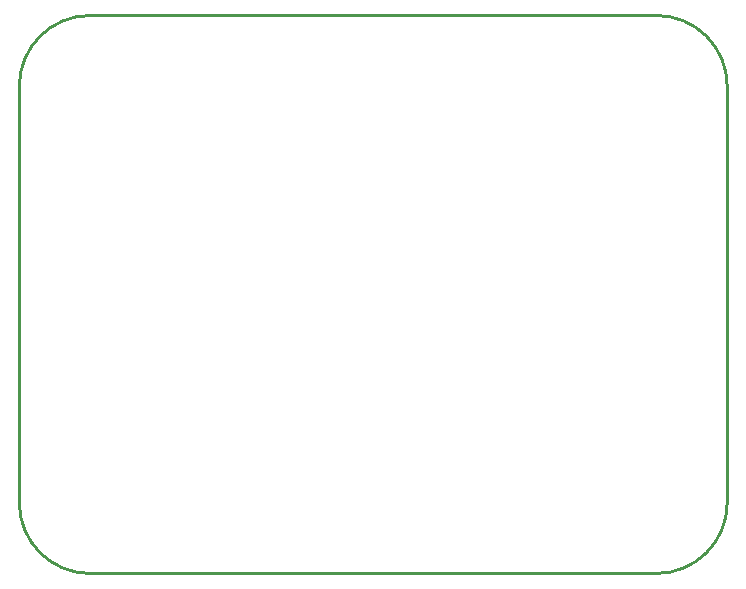
<source format=gko>
G04 Layer: BoardOutline*
G04 EasyEDA v6.4.20.6, 2021-08-11T14:47:25--4:00*
G04 69257b7602d440f08016c76432e8c6ee,f06b2ae44ace4e68bcf10d52e37fd181,10*
G04 Gerber Generator version 0.2*
G04 Scale: 100 percent, Rotated: No, Reflected: No *
G04 Dimensions in millimeters *
G04 leading zeros omitted , absolute positions ,4 integer and 5 decimal *
%FSLAX45Y45*%
%MOMM*%

%ADD10C,0.2540*%
D10*
X7505700Y6652300D02*
G01*
X7505700Y3126699D01*
X6906295Y2527300D02*
G01*
X2110704Y2527300D01*
X1511300Y3126699D02*
G01*
X1511300Y6652300D01*
X2110699Y7251700D02*
G01*
X6906300Y7251700D01*
G75*
G01*
X6906301Y7251700D02*
G02*
X7505700Y6652301I0J-599399D01*
G75*
G01*
X7505700Y3126699D02*
G02*
X6906301Y2527300I-599399J0D01*
G75*
G01*
X2110699Y2527300D02*
G02*
X1511300Y3126699I0J599399D01*
G75*
G01*
X1511300Y6652301D02*
G02*
X2110699Y7251700I599399J0D01*

%LPD*%
M02*

</source>
